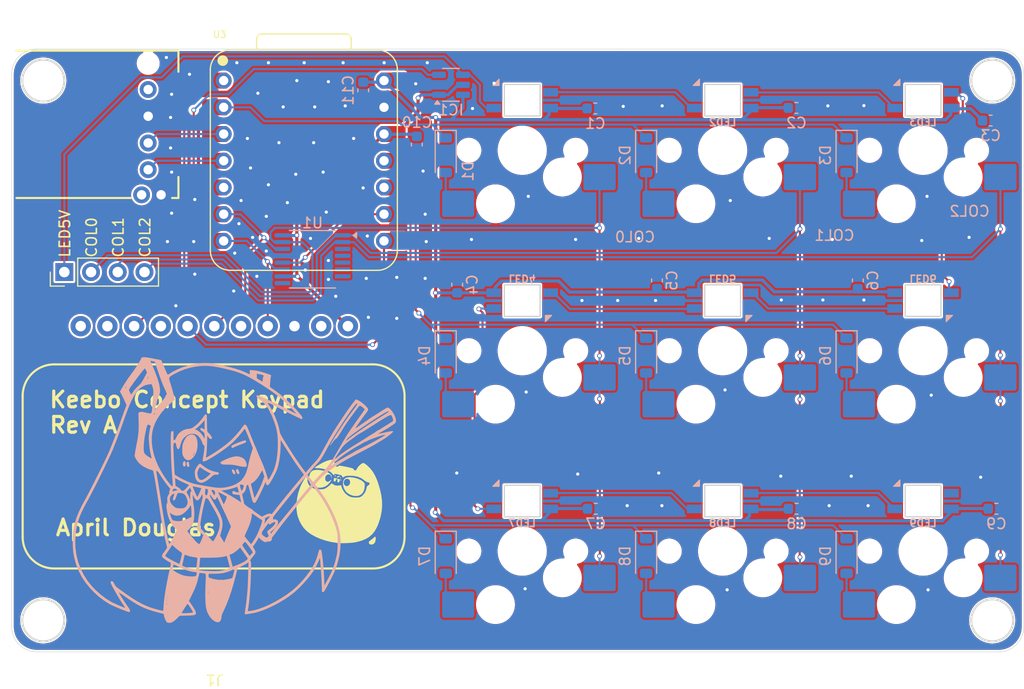
<source format=kicad_pcb>
(kicad_pcb (version 20240108) (generator "pcbnew") (generator_version "8.0")
  (layers (0 "F.Cu" signal) (31 "B.Cu" signal) (34 "B.Paste" user) (35 "F.Paste" user) (36 "B.SilkS" user "B.Silkscreen") (37 "F.SilkS" user "F.Silkscreen") (38 "B.Mask" user) (39 "F.Mask" user) (44 "Edge.Cuts" user))
  (net 0 "")
  (net 1 "GND")
  (net 2 "+5V")
  (net 3 "Net-(D2-A)")
  (net 4 "/ROW0")
  (net 5 "Net-(D3-A)")
  (net 6 "Net-(D4-A)")
  (net 7 "Net-(D5-A)")
  (net 8 "/ROW1")
  (net 9 "Net-(D6-A)")
  (net 10 "Net-(D7-A)")
  (net 11 "Net-(D8-A)")
  (net 12 "/ROW2")
  (net 13 "Net-(D9-A)")
  (net 16 "/TFT_CS")
  (net 17 "/TFT_LITE")
  (net 18 "/TFT_DC")
  (net 20 "/TFT_COL_SCK")
  (net 21 "+3V3")
  (net 23 "/TFT_COL_MOSI")
  (net 24 "/COL1")
  (net 25 "/COL0")
  (net 26 "/COL2")
  (net 27 "Net-(LED1-DOUT)")
  (net 28 "Net-(LED2-DOUT)")
  (net 29 "Net-(LED3-DOUT)")
  (net 30 "Net-(LED4-DIN)")
  (net 31 "Net-(LED4-DOUT)")
  (net 32 "Net-(LED5-DIN)")
  (net 33 "Net-(LED7-DOUT)")
  (net 34 "Net-(LED8-DOUT)")
  (net 36 "/ENC_B")
  (net 37 "/ENC_A")
  (net 44 "/COL_CS")
  (net 45 "/LED_SERIAL")
  (net 46 "Net-(D1-A)")
  (net 48 "/LED_SERIAL_5V")
  (footprint "MX_Hotswap:MX-Hotswap-1U" (layer "F.Cu") (at 136.6535 67.60215 180)
    (property "Reference" "K6")
    (property "Value" "KEYSW")
  )
  (footprint "MX_Hotswap:MX-Hotswap-1U" (layer "F.Cu") (at 155.7035 48.55215 180)
    (property "Reference" "K2")
    (property "Value" "KEYSW")
  )
  (footprint "MX_Hotswap:MX-Hotswap-1U" (layer "F.Cu") (at 155.7035 67.60215 180)
    (property "Reference" "K5")
    (property "Value" "KEYSW")
  )
  (footprint "MX_Hotswap:MX-Hotswap-1U" (layer "F.Cu") (at 155.7035 86.65215 180)
    (property "Reference" "K8")
    (property "Value" "KEYSW")
  )
  (footprint "MX_Hotswap:MX-Hotswap-1U" (layer "F.Cu") (at 136.6535 86.65215 180)
    (property "Reference" "K7")
    (property "Value" "KEYSW")
  )
  (footprint "Seeed Studio XIAO Series Library:XIAO-nRF52840-DIP" (layer "F.Cu") (at 115.89475 49.54575)
    (property "Reference" "U3")
    (property "Value" "XIAO-nRF52840-DIP")
  )
  (footprint "MX_Hotswap:MX-Hotswap-1U" (layer "F.Cu") (at 136.6535 48.55215 180)
    (property "Reference" "K1")
    (property "Value" "KEYSW")
  )
  (footprint "LOGO" (layer "F.Cu") (at 119.3285 81.92715)
    (property "Reference" "G***" (hide yes))
    (property "Value" "LOGO" (hide yes))
  )
  (footprint "Roller Encoder:RollerEncoder_Panasonic_EVQWGD001" (layer "F.Cu") (at 95.4745 46.58305 180)
    (property "Reference" "SW1")
    (property "Value" "RotaryEncoder_Switch")
  )
  (footprint "Adafruit:Adafruit_1.47_TFT_Round_Rect" (layer "F.Cu") (at 107.40935 98.4 180)
    (property "Reference" "J1")
    (property "Value" "Adafruit TFT")
  )
  (footprint "Connector_PinHeader_2.54mm:PinHeader_1x04_P2.54mm_Vertical" (layer "F.Cu") (at 93.1285 60.12715 90)
    (property "Reference" "J2" (hide yes))
    (property "Value" "Conn_01x04")
  )
  (footprint "MX_Hotswap:MX-Hotswap-1U" (layer "F.Cu") (at 174.7535 86.65215 180)
    (property "Reference" "K9")
    (property "Value" "KEYSW")
  )
  (footprint "MX_Hotswap:MX-Hotswap-1U" (layer "F.Cu") (at 174.7535 67.60215 180)
    (property "Reference" "K4")
    (property "Value" "KEYSW")
  )
  (footprint "MX_Hotswap:MX-Hotswap-1U" (layer "F.Cu") (at 174.7535 48.55215 180)
    (property "Reference" "K3")
    (property "Value" "KEYSW")
  )
  (footprint "Keebio-Parts.pretty-master:SK6812-MINI-E" (layer "B.Cu") (at 174.7535 62.83965)
    (property "Reference" "LED6")
    (property "Value" "SK6812-MINI-E" (hide yes))
    (fp_line (start -1.7 -1.5) (end -1.7 1.5) (stroke (width 0.12)) (layer "Edge.Cuts"))
    (fp_line (start -1.7 1.5) (end 1.7 1.5) (stroke (width 0.12)) (layer "Edge.Cuts"))
    (fp_line (start 1.7 -1.5) (end -1.7 -1.5) (stroke (width 0.12)) (layer "Edge.Cuts"))
    (fp_line (start 1.7 1.5) (end 1.7 -1.5) (stroke (width 0.12)) (layer "Edge.Cuts"))
  )
  (footprint "Keebio-Parts.pretty-master:SK6812-MINI-E" (layer "B.Cu") (at 174.7535 81.88965 180)
    (property "Reference" "LED9")
    (property "Value" "SK6812-MINI-E" (hide yes))
    (fp_line (start 1.7 1.5) (end 1.7 -1.5) (stroke (width 0.12)) (layer "Edge.Cuts"))
    (fp_line (start 1.7 -1.5) (end -1.7 -1.5) (stroke (width 0.12)) (layer "Edge.Cuts"))
    (fp_line (start -1.7 1.5) (end 1.7 1.5) (stroke (width 0.12)) (layer "Edge.Cuts"))
    (fp_line (start -1.7 -1.5) (end -1.7 1.5) (stroke (width 0.12)) (layer "Edge.Cuts"))
  )
  (footprint "Capacitor_SMD:C_0603_1608Metric" (layer "B.Cu") (at 143.60065 44.57365)
    (property "Reference" "C1")
    (property "Value" "100nF")
  )
  (footprint "Capacitor_SMD:C_0603_1608Metric" (layer "B.Cu") (at 162.71565 44.52365)
    (property "Reference" "C2")
    (property "Value" "100nF")
  )
  (footprint "Diode_SMD:D_SOD-123" (layer "B.Cu") (at 148.43065 68.06865 -90)
    (property "Reference" "D5")
    (property "Value" "1N4448W")
  )
  (footprint "Keebio-Parts.pretty-master:SK6812-MINI-E" (layer "B.Cu") (at 155.7035 81.88965 180)
    (property "Reference" "LED8")
    (property "Value" "SK6812-MINI-E" (hide yes))
    (fp_line (start 1.7 1.5) (end 1.7 -1.5) (stroke (width 0.12)) (layer "Edge.Cuts"))
    (fp_line (start 1.7 -1.5) (end -1.7 -1.5) (stroke (width 0.12)) (layer "Edge.Cuts"))
    (fp_line (start -1.7 1.5) (end 1.7 1.5) (stroke (width 0.12)) (layer "Edge.Cuts"))
    (fp_line (start -1.7 -1.5) (end -1.7 1.5) (stroke (width 0.12)) (layer "Edge.Cuts"))
  )
  (footprint "Capacitor_SMD:C_0603_1608Metric" (layer "B.Cu") (at 162.73065 82.62365)
    (property "Reference" "C8")
    (property "Value" "100nF")
  )
  (footprint "Keebio-Parts.pretty-master:SK6812-MINI-E" (layer "B.Cu") (at 136.6535 62.83965)
    (property "Reference" "LED4")
    (property "Value" "SK6812-MINI-E" (hide yes))
    (fp_line (start -1.7 -1.5) (end -1.7 1.5) (stroke (width 0.12)) (layer "Edge.Cuts"))
    (fp_line (start -1.7 1.5) (end 1.7 1.5) (stroke (width 0.12)) (layer "Edge.Cuts"))
    (fp_line (start 1.7 -1.5) (end -1.7 -1.5) (stroke (width 0.12)) (layer "Edge.Cuts"))
    (fp_line (start 1.7 1.5) (end 1.7 -1.5) (stroke (width 0.12)) (layer "Edge.Cuts"))
  )
  (footprint "Diode_SMD:D_SOD-123" (layer "B.Cu") (at 129.38065 87.11865 -90)
    (property "Reference" "D7")
    (property "Value" "1N4448W")
  )
  (footprint "Diode_SMD:D_SOD-123" (layer "B.Cu") (at 167.48065 49.01865 -90)
    (property "Reference" "D3")
    (property "Value" "1N4448W")
  )
  (footprint "Package_TO_SOT_SMD:SOT-23-6" (layer "B.Cu") (at 129.8785 42.32715)
    (property "Reference" "IC1")
    (property "Value" "TXU0101DBVR")
  )
  (footprint "Diode_SMD:D_SOD-123" (layer "B.Cu") (at 129.38065 68.06865 -90)
    (property "Reference" "D4")
    (property "Value" "1N4448W")
  )
  (footprint "LOGO" (layer "B.Cu") (at 106.65891 81.02715 180)
    (property "Reference" "G***" (hide yes))
    (property "Value" "LOGO" (hide yes))
  )
  (footprint "Diode_SMD:D_SOD-123" (layer "B.Cu") (at 148.43065 87.11865 -90)
    (property "Reference" "D8")
    (property "Value" "1N4448W")
  )
  (footprint "Capacitor_SMD:C_0603_1608Metric" (layer "B.Cu") (at 181.18065 45.72365)
    (property "Reference" "C3")
    (property "Value" "100nF")
  )
  (footprint "Capacitor_SMD:C_0603_1608Metric" (layer "B.Cu") (at 143.64065 82.62365)
    (property "Reference" "C7")
    (property "Value" "100nF")
  )
  (footprint "Diode_SMD:D_SOD-123" (layer "B.Cu") (at 167.48065 87.11865 -90)
    (property "Reference" "D9")
    (property "Value" "1N4448W")
  )
  (footprint "Keebio-Parts.pretty-master:SK6812-MINI-E" (layer "B.Cu") (at 174.7535 43.78965 180)
    (property "Reference" "LED3")
    (property "Value" "SK6812-MINI-E" (hide yes))
    (fp_line (start 1.7 1.5) (end 1.7 -1.5) (stroke (width 0.12)) (layer "Edge.Cuts"))
    (fp_line (start 1.7 -1.5) (end -1.7 -1.5) (stroke (width 0.12)) (layer "Edge.Cuts"))
    (fp_line (start -1.7 1.5) (end 1.7 1.5) (stroke (width 0.12)) (layer "Edge.Cuts"))
    (fp_line (start -1.7 -1.5) (end -1.7 1.5) (stroke (width 0.12)) (layer "Edge.Cuts"))
  )
  (footprint "Diode_SMD:D_SOD-123" (layer "B.Cu") (at 129.38065 49.01865 -90)
    (property "Reference" "D1")
    (property "Value" "1N4448W")
  )
  (footprint "Capacitor_SMD:C_0603_1608Metric" (layer "B.Cu") (at 121.54135 42.85065 -90)
    (property "Reference" "C11")
    (property "Value" "100nF")
  )
  (footprint "Capacitor_SMD:C_0603_1608Metric" (layer "B.Cu") (at 181.72065 82.62365)
    (property "Reference" "C9")
    (property "Value" "100nF")
  )
  (footprint "Package_SO:TSSOP-16_4.4x5mm_P0.65mm" (layer "B.Cu") (at 116.72 58.905 180)
    (property "Reference" "U1")
    (property "Value" "74HC595")
  )
  (footprint "Capacitor_SMD:C_0603_1608Metric" (layer "B.Cu") (at 130.47065 61.32365 90)
    (property "Reference" "C4")
    (property "Value" "100nF")
  )
  (footprint "Capacitor_SMD:C_0603_1608Metric" (layer "B.Cu") (at 168.55065 60.92365 90)
    (property "Reference" "C6")
    (property "Value" "100nF")
  )
  (footprint "Diode_SMD:D_SOD-123" (layer "B.Cu") (at 148.43065 49.01865 -90)
    (property "Reference" "D2")
    (property "Value" "1N4448W")
  )
  (footprint "Capacitor_SMD:C_0603_1608Metric" (layer "B.Cu") (at 149.46065 60.92365 90)
    (property "Reference" "C5")
    (property "Value" "100nF")
  )
  (footprint "Capacitor_SMD:C_0603_1608Metric" (layer "B.Cu") (at 126.63135 48.00065 -90)
    (property "Reference" "C10")
    (property "Value" "100nF")
  )
  (footprint "Keebio-Parts.pretty-master:SK6812-MINI-E" (layer "B.Cu") (at 155.7035 43.78965 180)
    (property "Reference" "LED2")
    (property "Value" "SK6812-MINI-E" (hide yes))
    (fp_line (start 1.7 1.5) (end 1.7 -1.5) (stroke (width 0.12)) (layer "Edge.Cuts"))
    (fp_line (start 1.7 -1.5) (end -1.7 -1.5) (stroke (width 0.12)) (layer "Edge.Cuts"))
    (fp_line (start -1.7 1.5) (end 1.7 1.5) (stroke (width 0.12)) (layer "Edge.Cuts"))
    (fp_line (start -1.7 -1.5) (end -1.7 1.5) (stroke (width 0.12)) (layer "Edge.Cuts"))
  )
  (footprint "LOGO" (layer "B.Cu") (at 117.95891 78.42715 180)
    (property "Reference" "G***" (hide yes))
    (property "Value" "LOGO" (hide yes))
  )
  (footprint "Diode_SMD:D_SOD-123" (layer "B.Cu") (at 167.48065 68.06865 -90)
    (property "Reference" "D6")
    (property "Value" "1N4448W")
  )
  (footprint "Keebio-Parts.pretty-master:SK6812-MINI-E" (layer "B.Cu") (at 155.7035 62.83965)
    (property "Reference" "LED5")
    (property "Value" "SK6812-MINI-E" (hide yes))
    (fp_line (start -1.7 -1.5) (end -1.7 1.5) (stroke (width 0.12)) (layer "Edge.Cuts"))
    (fp_line (start -1.7 1.5) (end 1.7 1.5) (stroke (width 0.12)) (layer "Edge.Cuts"))
    (fp_line (start 1.7 -1.5) (end -1.7 -1.5) (stroke (width 0.12)) (layer "Edge.Cuts"))
    (fp_line (start 1.7 1.5) (end 1.7 -1.5) (stroke (width 0.12)) (layer "Edge.Cuts"))
  )
  (footprint "Keebio-Parts.pretty-master:SK6812-MINI-E" (layer "B.Cu") (at 136.6535 43.78965 180)
    (property "Reference" "LED1" (hide yes))
    (property "Value" "SK6812-MINI-E" (hide yes))
    (fp_line (start 1.7 1.5) (end 1.7 -1.5) (stroke (width 0.12)) (layer "Edge.Cuts"))
    (fp_line (start 1.7 -1.5) (end -1.7 -1.5) (stroke (width 0.12)) (layer "Edge.Cuts"))
    (fp_line (start -1.7 1.5) (end 1.7 1.5) (stroke (width 0.12)) (layer "Edge.Cuts"))
    (fp_line (start -1.7 -1.5) (end -1.7 1.5) (stroke (width 0.12)) (layer "Edge.Cuts"))
  )
  (footprint "Keebio-Parts.pretty-master:SK6812-MINI-E" (layer "B.Cu") (at 136.6535 81.88965 180)
    (property "Reference" "LED7")
    (property "Value" "SK6812-MINI-E" (hide yes))
    (fp_line (start 1.7 1.5) (end 1.7 -1.5) (stroke (width 0.12)) (layer "Edge.Cuts"))
    (fp_line (start 1.7 -1.5) (end -1.7 -1.5) (stroke (width 0.12)) (layer "Edge.Cuts"))
    (fp_line (start -1.7 1.5) (end 1.7 1.5) (stroke (width 0.12)) (layer "Edge.Cuts"))
    (fp_line (start -1.7 -1.5) (end -1.7 1.5) (stroke (width 0.12)) (layer "Edge.Cuts"))
  )
  (gr_arc (start 184.3285 93.84585) (mid 183.631016 95.529651) (end 181.9472 96.22715) (stroke (width 0.05)) (layer "Edge.Cuts"))
  (gr_circle (center 181.3285 41.92715) (end 183.3285 41.92715) (stroke (width 0.2)) (fill none) (layer "Edge.Cuts"))
  (gr_line (start 90.5098 38.92715) (end 146.1785 38.92715) (stroke (width 0.05)) (layer "Edge.Cuts"))
  (gr_circle (center 181.3285 93.22715) (end 183.3285 93.22715) (stroke (width 0.2)) (fill none) (layer "Edge.Cuts"))
  (gr_arc (start 88.1285 41.30845) (mid 88.825984 39.624649) (end 90.5098 38.92715) (stroke (width 0.05)) (layer "Edge.Cuts"))
  (gr_circle (center 91.1285 41.92715) (end 93.1285 41.92715) (stroke (width 0.2)) (fill none) (layer "Edge.Cuts"))
  (gr_line (start 146.1785 38.92715) (end 181.9472 38.92715) (stroke (width 0.05)) (layer "Edge.Cuts"))
  (gr_line (start 88.1285 93.84585) (end 88.1285 41.30845) (stroke (width 0.05)) (layer "Edge.Cuts"))
  (gr_circle (center 91.1285 93.22715) (end 93.1285 93.22715) (stroke (width 0.2)) (fill none) (layer "Edge.Cuts"))
  (gr_arc (start 181.9472 38.92715) (mid 183.631033 39.624617) (end 184.3285 41.30845) (stroke (width 0.05)) (layer "Edge.Cuts"))
  (gr_arc (start 90.5098 96.22715) (mid 88.825967 95.529683) (end 88.1285 93.84585) (stroke (width 0.05)) (layer "Edge.Cuts"))
  (gr_line (start 184.3285 41.30845) (end 184.3285 93.84585) (stroke (width 0.05)) (layer "Edge.Cuts"))
  (gr_line (start 181.9472 96.22715) (end 90.5098 96.22715) (stroke (width 0.05)) (layer "Edge.Cuts"))
  (gr_text "COL0" (at 149.3785 57.37715 0) (layer "B.SilkS") (effects (font (size 1 1)) (justify left bottom mirror)))
  (gr_text "COL1" (at 168.3285 57.22715 0) (layer "B.SilkS") (effects (font (size 1 1)) (justify left bottom mirror)))
  (gr_text "COL2" (at 181.1785 54.92715 0) (layer "B.SilkS") (effects (font (size 1 1)) (justify left bottom mirror)))
  (gr_text "Keebo Concept Keypad\nRev A\n\n\n\n\n\n" (at 91.56835 79.5 0) (layer "F.SilkS") (effects (font (size 1.5 1.5) (thickness 0.3) (bold yes)) (justify left)))
  (gr_text "COL1\n" (at 98.2585 58.82715 90) (layer "F.SilkS") (effects (font (size 1 1)) (justify left)))
  (gr_text "April Douglas" (at 92.16835 85.3 0) (layer "F.SilkS") (effects (font (size 1.5 1.5) (thickness 0.3) (bold yes)) (justify left bottom)))
  (gr_text "LED5V" (at 93.1785 58.82715 90) (layer "F.SilkS") (effects (font (size 1 1)) (justify left)))
  (gr_text "COL2" (at 100.7985 58.82715 90) (layer "F.SilkS") (effects (font (size 1 1)) (justify left)))
  (gr_text "COL0" (at 95.7185 58.82715 90) (layer "F.SilkS") (effects (font (size 1 1)) (justify left)))
  (via (at 109.2285 61.92715) (size 0.45) (drill 0.3) (layers "F.Cu" "B.Cu") (net 1))
  (via (at 156.4285 53.32715) (size 0.45) (drill 0.3) (layers "F.Cu" "B.Cu") (net 1))
  (via (at 109.3285 58.32715) (size 0.45) (drill 0.3) (layers "F.Cu" "B.Cu") (net 1))
  (via (at 146.2535 44.37715) (size 0.45) (drill 0.3) (layers "F.Cu" "B.Cu") (net 1))
  (via (at 165.2285 62.77715) (size 0.45) (drill 0.3) (layers "F.Cu" "B.Cu") (net 1))
  (via (at 110.5285 47.42715) (size 0.45) (drill 0.3) (layers "F.Cu" "B.Cu") (net 1))
  (via (at 136.9285 90.22715) (size 0.45) (drill 0.3) (layers "F.Cu" "B.Cu") (net 1))
  (via (at 179.1285 56.82715) (size 0.45) (drill 0.3) (layers "F.Cu" "B.Cu") (net 1))
  (via (at 137.0285 71.52715) (size 0.45) (drill 0.3) (layers "F.Cu" "B.Cu") (net 1))
  (via (at 105.0285 41.32715) (size 0.45) (drill 0.3) (layers "F.Cu" "B.Cu") (net 1))
  (via (at 111.0285 56.82715) (size 0.45) (drill 0.3) (layers "F.Cu" "B.Cu") (net 1))
  (via (at 131.8285 57.02715) (size 0.45) (drill 0.3) (layers "F.Cu" "B.Cu") (net 1))
  (via (at 175.1285 52.92715) (size 0.45) (drill 0.3) (layers "F.Cu" "B.Cu") (net 1))
  (via (at 149.9535 44.32715) (size 0.45) (drill 0.3) (layers "F.Cu" "B.Cu") (net 1))
  (via (at 123.5285 40.22715) (size 0.45) (drill 0.3) (layers "F.Cu" "B.Cu") (net 1))
  (via (at 175.5285 71.82715) (size 0.45) (drill 0.3) (layers "F.Cu" "B.Cu") (net 1))
  (via (at 167.9285 79.52715) (size 0.45) (drill 0.3) (layers "F.Cu" "B.Cu") (net 1))
  (via (at 149.6285 79.22715) (size 0.45) (drill 0.3) (layers "F.Cu" "B.Cu") (net 1))
  (via (at 103.3285 54.52715) (size 0.45) (drill 0.3) (layers "F.Cu" "B.Cu") (net 1))
  (via (at 116.8285 47.82715) (size 0.45) (drill 0.3) (layers "F.Cu" "B.Cu") (net 1))
  (via (at 114.3285 53.52715) (size 0.45) (drill 0.3) (layers "F.Cu" "B.Cu") (net 1))
  (via (at 169.1285 62.77715) (size 0.45) (drill 0.3) (layers "F.Cu" "B.Cu") (net 1))
  (via (at 141.7285 57.02715) (size 0.45) (drill 0.3) (layers "F.Cu" "B.Cu") (net 1))
  (via (at 161.2285 79.52715) (size 0.45) (drill 0.3) (layers "F.Cu" "B.Cu") (net 1))
  (via (at 105.5285 60.32715) (size 0.45) (drill 0.3) (layers "F.Cu" "B.Cu") (net 1))
  (via (at 118.2285 59.02715) (size 0.45) (drill 0.3) (layers "F.Cu" "B.Cu") (net 1))
  (via (at 115.1285 50.82715) (size 0.45) (drill 0.3) (layers "F.Cu" "B.Cu") (net 1))
  (via (at 166.1285 57.02715) (size 0.45) (drill 0.3) (layers "F.Cu" "B.Cu") (net 1))
  (via (at 116.5285 56.92715) (size 0.45) (drill 0.3) (layers "F.Cu" "B.Cu") (net 1))
  (via (at 124.7285 64.52715) (size 0.45) (drill 0.3) (layers "F.Cu" "B.Cu") (net 1))
  (via (at 169.5285 82.32715) (size 0.45) (drill 0.3) (layers "F.Cu" "B.Cu") (net 1))
  (via (at 103.2285 48.32715) (size 0.45) (drill 0.3) (layers "F.Cu" "B.Cu") (net 1))
  (via (at 147.7285 56.92715) (size 0.45) (drill 0.3) (layers "F.Cu" "B.Cu") (net 1))
  (via (at 124.7285 60.62715) (size 0.45) (drill 0.3) (layers "F.Cu" "B.Cu") (net 1))
  (via (at 111.4285 60.52715) (size 0.45) (drill 0.3) (layers "F.Cu" "B.Cu") (net 1))
  (via (at 109.7285 55.52715) (size 0.45) (drill 0.3) (layers "F.Cu" "B.Cu") (net 1))
  (via (at 146.6285 82.32715) (size 0.45) (drill 0.3) (layers "F.Cu" "B.Cu") (net 1))
  (via (at 149.3285 62.82715) (size 0.45) (drill 0.3) (layers "F.Cu" "B.Cu") (net 1))
  (via (at 118.9285 62.42715) (size 0.45) (drill 0.3) (layers "F.Cu" "B.Cu") (net 1))
  (via (at 109.9285 53.32715) (size 0.45) (drill 0.3) (layers "F.Cu" "B.Cu") (net 1))
  (via (at 112.3285 54.82715) (size 0.45) (drill 0.3) (layers "F.Cu" "B.Cu") (net 1))
  (via (at 156.1285 90.32715) (size 0.45) (drill 0.3) (layers "F.Cu" "B.Cu") (net 1))
  (via (at 112.3285 58.12715) (size 0.45) (drill 0.3) (layers "F.Cu" "B.Cu") (net 1))
  (via (at 127.4285 54.62715) (size 0.45) (drill 0.3) (layers "F.Cu" "B.Cu") (net 1))
  (via (at 175.2285 90.32715) (size 0.45) (drill 0.3) (layers "F.Cu" "B.Cu") (net 1))
  (via (at 116.9285 44.42715) (size 0.45) (drill 0.3) (layers "F.Cu" "B.Cu") (net 1))
  (via (at 133.9785 42.17715) (size 0.45) (drill 0.3) (layers "F.Cu" "B.Cu") (net 1))
  (via (at 103.3285 50.62715) (size 0.45) (drill 0.3) (layers "F.Cu" "B.Cu") (net 1))
  (via (at 118.2285 60.82715) (size 0.45) (drill 0.3) (layers "F.Cu" "B.Cu") (net 1))
  (via (at 180.2285 79.62715) (size 0.45) (drill 0.3) (layers "F.Cu" "B.Cu") (net 1))
  (via (at 165.8285 82.32715) (size 0.45) (drill 0.3) (layers "F.Cu" "B.Cu") (net 1))
  (via (at 103.2285 45.42715) (size 0.45) (drill 0.3) (layers "F.Cu" "B.Cu") (net 1))
  (via (at 118.0285 54.42715) (size 0.45) (drill 0.3) (layers "F.Cu" "B.Cu") (net 1))
  (via (at 113.9285 44.42715) (size 0.45) (drill 0.3) (layers "F.Cu" "B.Cu") (net 1))
  (via (at 137.2285 52.92715) (size 0.45) (drill 0.3) (layers "F.Cu" "B.Cu") (net 1))
  (via (at 110.8285 50.22715) (size 0.45) (drill 0.3) (layers "F.Cu" "B.Cu") (net 1))
  (via (at 126.5285 42.22715) (size 0.45) (drill 0.3) (layers "F.Cu" "B.Cu") (net 1))
  (via (at 121.5285 52.12715) (size 0.45) (drill 0.3) (layers "F.Cu" "B.Cu") (net 1))
  (via (at 174.6285 57.12715) (size 0.45) (drill 0.3) (layers "F.Cu" "B.Cu") (net 1))
  (via (at 131.9285 44.57715) (size 0.45) (drill 0.3) (layers "F.Cu" "B.Cu") (net 1))
  (via (at 117.7285 50.62715) (size 0.45) (drill 0.3) (layers "F.Cu" "B.Cu") (net 1))
  (via (at 118.2285 42.02715) (size 0.45) (drill 0.3) (layers "F.Cu" "B.Cu") (net 1))
  (via (at 127.6285 40.22715) (size 0.45) (drill 0.3) (layers "F.Cu" "B.Cu") (net 1))
  (via (at 115.9285 40.22715) (size 0.45) (drill 0.3) (layers "F.Cu" "B.Cu") (net 1))
  (via (at 127.5285 57.22715) (size 0.45) (drill 0.3) (layers "F.Cu" "B.Cu") (net 1))
  (via (at 116.0285 59.92715) (size 0.45) (drill 0.3) (layers "F.Cu" "B.Cu") (net 1))
  (via (at 122.0285 64.42715) (size 0.45) (drill 0.3) (layers "F.Cu" "B.Cu") (net 1))
  (via (at 160.1285 56.92715) (size 0.45) (drill 0.3) (layers "F.Cu" "B.Cu") (net 1))
  (via (at 113.5285 47.82715) (size 0.45) (drill 0.3) (layers "F.Cu" "B.Cu") (net 1))
  (via (at 105.5285 53.22715) (size 0.45) (drill 0.3) (layers "F.Cu" "B.Cu") (net 1))
  (via (at 155.9285 71.32715) (size 0.45) (drill 0.3) (layers "F.Cu" "B.Cu") (net 1))
  (via (at 127.2285 50.52715) (size 0.45) (drill 0.3) (layers "F.Cu" "B.Cu") (net 1))
  (via (at 161.2785 62.77715) (size 0.45) (drill 0.3) (layers "F.Cu" "B.Cu") (net 1))
  (via (at 102.9285 57.22715) (size 0.45) (drill 0.3) (layers "F.Cu" "B.Cu") (net 1))
  (via (at 130.4285 79.22715) (size 0.45) (drill 0.3) (layers "F.Cu" "B.Cu") (net 1))
  (via (at 145.7285 62.82715) (size 0.45) (drill 0.3) (layers "F.Cu" "B.Cu") (net 1))
  (via (at 112.5285 51.82715) (size 0.45) (drill 0.3) (layers "F.Cu" "B.Cu") (net 1))
  (via (at 142.3285 62.82715) (size 0.45) (drill 0.3) (layers "F.Cu" "B.Cu") (net 1))
  (via (at 103.7285 63.32715) (size 0.45) (drill 0.3) (layers "F.Cu" "B.Cu") (net 1))
  (via (at 165.7035 44.32715) (size 0.45) (drill 0.3) (layers "F.Cu" "B.Cu") (net 1))
  (via (at 121.9285 56.69715) (size 0.45) (drill 0.3) (layers "F.Cu" "B.Cu") (net 1))
  (via (at 141.9285 79.32715) (size 0.45) (drill 0.3) (layers "F.Cu" "B.Cu") (net 1))
  (via (at 121.8285 60.72715) (size 0.45) (drill 0.3) (layers "F.Cu" "B.Cu") (net 1))
  (via (at 120.6285 47.42715) (size 0.45) (drill 0.3) (layers "F.Cu" "B.Cu") (net 1))
  (via (at 115.2285 41.92715) (size 0.45) (drill 0.3) (layers "F.Cu" "B.Cu") (net 1))
  (via (at 102.8285 39.72715) (size 0.45) (drill 0.3) (layers "F.Cu" "B.Cu") (net 1))
  (via (at 169.1285 44.30215) (size 0.45) (drill 0.3) (layers "F.Cu" "B.Cu") (net 1))
  (via (at 149.9285 82.32715) (size 0.45) (drill 0.3) (layers "F.Cu" "B.Cu") (net 1))
  (via (at 119.8285 44.32715) (size 0.45) (drill 0.3) (layers "F.Cu" "B.Cu") (net 1))
  (via (at 111.5285 43.12715) (size 0.45) (drill 0.3) (layers "F.Cu" "B.Cu") (net 1))
  (via (at 119.6285 40.22715) (size 0.45) (drill 0.3) (layers "F.Cu" "B.Cu") (net 1))
  (via (at 105.4285 57.22715) (size 0.45) (drill 0.3) (layers "F.Cu" "B.Cu") (net 1))
  (via (at 127.4285 60.72715) (size 0.45) (drill 0.3) (layers "F.Cu" "B.Cu") (net 1))
  (via (at 103.3285 43.22715) (size 0.45) (drill 0.3) (layers "F.Cu" "B.Cu") (net 1))
  (via (at 112.5285 40.22715) (size 0.45) (drill 0.3) (layers "F.Cu" "B.Cu") (net 1))
  (via (at 109.5285 40.22715) (size 0.45) (drill 0.3) (layers "F.Cu" "B.Cu") (net 1))
  (segment (start 133.9785 42.17715) (end 133.9785 42.98965) (width 0.2) (layer "B.Cu") (net 1))
  (segment (start 128.4285 82.92715) (end 128.4285 62.123) (width 0.3) (layer "F.Cu") (net 2))
  (segment (start 128.4285 45.42715) (end 128.4285 62.0743) (width 0.3) (layer "F.Cu") (net 2))
  (segment (start 128.38265 82.973) (end 128.4285 82.92715) (width 0.3) (layer "F.Cu") (net 2))
  (segment (start 128.4285 62.123) (end 128.40415 62.09865) (width 0.3) (layer "F.Cu") (net 2))
  (segment (start 128.4285 62.0743) (end 128.40415 62.09865) (width 0.3) (layer "F.Cu") (net 2))
  (via (at 128.40415 62.09865) (size 0.45) (drill 0.3) (layers "F.Cu" "B.Cu") (net 2))
  (via (at 128.38265 82.973) (size 0.45) (drill 0.3) (layers "F.Cu" "B.Cu") (net 2))
  (via (at 128.4285 45.42715) (size 0.45) (drill 0.3) (layers "F.Cu" "B.Cu") (net 2))
  (segment (start 177.3445 82.59865) (end 180.92065 82.59865) (width 0.3) (layer "B.Cu") (net 2))
  (segment (start 179.28065 44.59865) (end 177.3625 44.59865) (width 0.3) (layer "B.Cu") (net 2))
  (segment (start 128.4285 45.42715) (end 127.01615 45.42715) (width 0.3) (layer "B.Cu") (net 2))
  (segment (start 157.803151 83.753999) (end 157.83 83.72715) (width 0.3) (layer "B.Cu") (net 2))
  (segment (start 138.811074 45.639746) (end 138.813489 45.642161) (width 0.3) (layer "B.Cu") (net 2))
  (segment (start 139.2035 45.15215) (end 139.2035 44.65765) (width 0.3) (layer "B.Cu") (net 2))
  (segment (start 129.899404 45.639746) (end 138.811074 45.639746) (width 0.3) (layer "B.Cu") (net 2))
  (segment (start 129.163649 83.753999) (end 157.803151 83.753999) (width 0.3) (layer "B.Cu") (net 2))
  (segment (start 140.113 60.97715) (end 141.163 62.02715) (width 0.3) (layer "B.Cu") (net 2))
  (segment (start 159.4785 60.87715) (end 160.5935 61.99215) (width 0.3) (layer "B.Cu") (net 2))
  (segment (start 134.6785 60.97715) (end 140.113 60.97715) (width 0.3) (layer "B.Cu") (net 2))
  (segment (start 128.40415 62.09865) (end 130.47065 62.09865) (width 0.3) (layer "B.Cu") (net 2))
  (segment (start 158.2945 44.49865) (end 161.89065 44.49865) (width 0.3) (layer "B.Cu") (net 2))
  (segment (start 177.3035 82.63965) (end 177.3035 83.05215) (width 0.3) (layer "B.Cu") (net 2))
  (segment (start 142.82565 44.57365) (end 139.3125 44.57365) (width 0.3) (layer "B.Cu") (net 2))
  (segment (start 128.38265 82.973) (end 129.163649 83.753999) (width 0.3) (layer "B.Cu") (net 2))
  (segment (start 138.7285 45.62715) (end 139.2035 45.15215) (width 0.3) (layer "B.Cu") (net 2))
  (segment (start 157.83 83.72715) (end 158.2535 83.30365) (width 0.3) (layer "B.Cu") (net 2))
  (segment (start 138.813489 45.642161) (end 157.559975 45.642161) (width 0.3) (layer "B.Cu") (net 2))
  (segment (start 177.3785 45.14965) (end 177.3785 44.53965) (width 0.3) (layer "B.Cu") (net 2))
  (segment (start 142.94065 82.59865) (end 139.2445 82.59865) (width 0.3) (layer "B.Cu") (net 2))
  (segment (start 128.641096 45.639746) (end 129.899404 45.639746) (width 0.3) (layer "B.Cu") (net 2))
  (segment (start 158.2535 83.30365) (end 158.2535 82.63965) (width 0.3) (layer "B.Cu") (net 2))
  (segment (start 180.40565 45.72365) (end 179.28065 44.59865) (width 0.3) (layer "B.Cu") (net 2))
  (segment (start 176.884232 45.643918) (end 177.3785 45.14965) (width 0.3) (layer "B.Cu") (net 2))
  (segment (start 160.5935 61.99215) (end 172.106 61.99215) (width 0.3) (layer "B.Cu") (net 2))
  (segment (start 176.5785 83.77715) (end 166.425546 83.77715) (width 0.3) (layer "B.Cu") (net 2))
  (segment (start 153.4285 61.22715) (end 153.7785 60.87715) (width 0.3) (layer "B.Cu") (net 2))
  (segment (start 134.1035 62.08965) (end 134.1035 61.55215) (width 0.3) (layer "B.Cu") (net 2))
  (segment (start 177.3035 83.05215) (end 176.5785 83.77715) (width 0.3) (layer "B.Cu") (net 2))
  (segment (start 121.54135 42.07565) (end 123.36485 42.07565) (width 0.3) (layer "B.Cu") (net 2))
  (segment (start 131.016 44.52315) (end 131.016 43.27715) (width 0.3) (layer "B.Cu") (net 2))
  (segment (start 127.01615 45.42715) (end 123.51475 41.92575) (width 0.3) (layer "B.Cu") (net 2))
  (segment (start 128.4285 45.42715) (end 128.641096 45.639746) (width 0.3) (layer "B.Cu") (net 2))
  (segment (start 129.899404 45.639746) (end 131.016 44.52315) (width 0.3) (layer "B.Cu") (net 2))
  (segment (start 158.4035 44.80215) (end 157.561732 45.643918) (width 0.3) (layer "B.Cu") (net 2))
  (segment (start 130.47065 62.09865) (end 134.0945 62.09865) (width 0.3) (layer "B.Cu") (net 2))
  (segment (start 141.163 62.02715) (end 153.091 62.02715) (width 0.3) (layer "B.Cu") (net 2))
  (segment (start 166.425546 83.77715) (end 166.404946 83.75655) (width 0.3) (layer "B.Cu") (net 2))
  (segment (start 153.4285 62.08965) (end 153.4285 61.22715) (width 0.3) (layer "B.Cu") (net 2))
  (segment (start 166.404946 83.75655) (end 157.805702 83.75655) (width 0.3) (layer "B.Cu") (net 2))
  (segment (start 161.93065 82.69865) (end 158.3125 82.69865) (width 0.3) (layer "B.Cu") (net 2))
  (segment (start 139.2035 83.05215) (end 138.5285 83.72715) (width 0.3) (layer "B.Cu") (net 2))
  (segment (start 139.2035 82.63965) (end 139.2035 83.05215) (width 0.3) (layer "B.Cu") (net 2))
  (segment (start 134.1035 61.55215) (end 134.6785 60.97715) (width 0.3) (layer "B.Cu") (net 2))
  (segment (start 157.805702 83.75655) (end 157.803151 83.753999) (width 0.3) (layer "B.Cu") (net 2))
  (segment (start 157.561732 45.643918) (end 176.884232 45.643918) (width 0.3) (layer "B.Cu") (net 2))
  (segment (start 153.7785 60.87715) (end 159.4785 60.87715) (width 0.3) (layer "B.Cu") (net 2))
  (segment (start 157.559975 45.642161) (end 157.561732 45.643918) (width 0.3) (layer "B.Cu") (net 2))
  (segment (start 148.43065 52.4528) (end 149.61 53.63215) (width 0.2) (layer "B.Cu") (net 3))
  (segment (start 148.43065 50.66865) (end 148.43065 52.4528) (width 0.2) (layer "B.Cu") (net 3))
  (segment (start 147.171258 46.107292) (end 147.171258 46.109258) (width 0.2) (layer "B.Cu") (net 4))
  (segment (start 128.108642 46.107292) (end 147.171258 46.107292) (width 0.2) (layer "B.Cu") (net 4))
  (segment (start 128.108642 46.107292) (end 129.37 47.36865) (width 0.2) (layer "B.Cu") (net 4))
  (segment (start 125.158642 46.107292) (end 128.2285 46.107292) (width 0.2) (layer "B.Cu") (net 4))
  (segment (start 108.27475 44.46575) (end 110.81475 44.46575) (width 0.2) (layer "B.Cu") (net 4))
  (segment (start 147.171258 46.109258) (end 148.43065 47.36865) (width 0.2) (layer "B.Cu") (net 4))
  (segment (start 110.81475 44.46575) (end 112.12615 45.77715) (width 0.2) (layer "B.Cu") (net 4))
  (segment (start 147.23104 46.10679) (end 166.21879 46.10679) (width 0.2) (layer "B.Cu") (net 4))
  (segment (start 112.12615 45.77715) (end 124.8285 45.77715) (width 0.2) (layer "B.Cu") (net 4))
  (segment (start 124.8285 45.77715) (end 125.158642 46.107292) (width 0.2) (layer "B.Cu") (net 4))
  (segment (start 166.21879 46.10679) (end 167.48065 47.36865) (width 0.2) (layer "B.Cu") (net 4))
  (segment (start 167.48065 50.66865) (end 167.48065 52.4528) (width 0.2) (layer "B.Cu") (net 5))
  (segment (start 167.48065 52.4528) (end 168.66 53.63215) (width 0.2) (layer "B.Cu") (net 5))
  (segment (start 129.38065 71.5028) (end 130.56 72.68215) (width 0.2) (layer "B.Cu") (net 6))
  (segment (start 129.38065 69.71865) (end 129.38065 71.5028) (width 0.2) (layer "B.Cu") (net 6))
  (segment (start 148.43065 71.5028) (end 149.61 72.68215) (width 0.2) (layer "B.Cu") (net 7))
  (segment (start 148.43065 69.71865) (end 148.43065 71.5028) (width 0.2) (layer "B.Cu") (net 7))
  (segment (start 126.5285 51.7245) (end 124.34975 49.54575) (width 0.2) (layer "F.Cu") (net 8))
  (segment (start 126.5285 63.72715) (end 126.5285 51.7245) (width 0.2) (layer "F.Cu") (net 8))
  (segment (start 126.8285 64.02715) (end 126.5285 63.72715) (width 0.2) (layer "F.Cu") (net 8))
  (via (at 126.8285 64.02715) (size 0.45) (drill 0.3) (layers "F.Cu" "B.Cu") (net 8))
  (segment (start 167.48065 66.41865) (end 166.18915 65.12715) (width 0.2) (layer "B.Cu") (net 8))
  (segment (start 127.9285 65.12715) (end 147.1014 65.12715) (width 0.2) (layer "B.Cu") (net 8))
  (segment (start 147.1014 65.12715) (end 148.3929 66.41865) (width 0.2) (layer "B.Cu") (net 8))
  (segment (start 126.8285 64.02715) (end 127.8285 65.02715) (width 0.2) (layer "B.Cu") (net 8))
  (segment (start 147.1014 65.12715) (end 166.18915 65.12715) (width 0.2) (layer "B.Cu") (net 8))
  (segment (start 127.8285 65.02715) (end 129.22 66.41865) (width 0.2) (layer "B.Cu") (net 8))
  (segment (start 127.9285 65.12715) (end 127.8285 65.02715) (width 0.2) (layer "B.Cu") (net 8))
  (segment (start 167.48065 71.5028) (end 168.66 72.68215) (width 0.2) (layer "B.Cu") (net 9))
  (segment (start 167.48065 69.71865) (end 167.48065 71.5028) (width 0.2) (layer "B.Cu") (net 9))
  (segment (start 129.38065 88.76865) (end 129.38065 90.5528) (width 0.2) (layer "B.Cu") (net 10))
  (segment (start 129.38065 90.5528) (end 130.56 91.73215) (width 0.2) (layer "B.Cu") (net 10))
  (segment (start 148.43065 90.5528) (end 149.61 91.73215) (width 0.2) (layer "B.Cu") (net 11))
  (segment (start 148.43065 88.76865) (end 148.43065 90.5528) (width 0.2) (layer "B.Cu") (net 11))
  (segment (start 126.2285 82.52715) (end 126.0285 82.32715) (width 0.2) (layer "F.Cu") (net 12))
  (segment (start 126.0285 82.32715) (end 126.0285 53.7645) (width 0.2) (layer "F.Cu") (net 12))
  (segment (start 126.0285 53.7645) (end 124.34975 52.08575) (width 0.2) (layer "F.Cu") (net 12))
  (via (at 126.2285 82.52715) (size 0.45) (drill 0.3) (layers "F.Cu" "B.Cu") (net 12))
  (segment (start 128.0785 84.27715) (end 127.9785 84.17715) (width 0.2) (layer "B.Cu") (net 12))
  (segment (start 127.6285 83.82715) (end 126.3285 82.52715) (width 0.2) (layer "B.Cu") (net 12))
  (segment (start 166.21855 84.20655) (end 147.1785 84.20655) (width 0.2) (layer "B.Cu") (net 12))
  (segment (start 128.0079 84.20655) (end 127.6285 83.82715) (width 0.2) (layer "B.Cu") (net 12))
  (segment (start 127.9785 84.17715) (end 127.6285 83.82715) (width 0.2) (layer "B.Cu") (net 12))
  (segment (start 128.2285 84.20655) (end 128.1491 84.20655) (width 0.2) (layer "B.Cu") (net 12))
  (segment (start 126.3285 82.52715) (end 126.2285 82.52715) (width 0.2) (layer "B.Cu") (net 12))
  (segment (start 148.43065 85.4587) (end 147.1785 84.20655) (width 0.2) (layer "B.Cu") (net 12))
  (segment (start 128.2285 84.20655) (end 147.1785 84.20655) (width 0.2) (layer "B.Cu") (net 12))
  (segment (start 167.48065 85.46865) (end 166.21855 84.20655) (width 0.2) (layer "B.Cu") (net 12))
  (segment (start 128.1491 84.20655) (end 128.0785 84.27715) (width 0.2) (layer "B.Cu") (net 12))
  (segment (start 128.2285 84.20655) (end 128.0079 84.20655) (width 0.2) (layer "B.Cu") (net 12))
  (segment (start 129.27 85.46865) (end 128.0785 84.27715) (width 0.2) (layer "B.Cu") (net 12))
  (segment (start 167.48065 90.5528) (end 168.66 91.73215) (width 0.2) (layer "B.Cu") (net 13))
  (segment (start 167.48065 88.76865) (end 167.48065 90.5528) (width 0.2) (layer "B.Cu") (net 13))
  (segment (start 123.51475 65.9409) (end 123.51475 57.16575) (width 0.2) (layer "F.Cu") (net 16))
  (segment (start 122.4285 67.02715) (end 123.51475 65.9409) (width 0.2) (layer "F.Cu") (net 16))
  (via (at 122.4285 67.02715) (size 0.45) (drill 0.3) (layers "F.Cu" "B.Cu") (net 16))
  (segment (start 122.4285 67.02715) (end 106.6065 67.02715) (width 0.2) (layer "B.Cu") (net 16))
  (segment (start 106.6065 67.02715) (end 104.84435 65.265) (width 0.2) (layer "B.Cu") (net 16))
  (segment (start 104.5285 44.59437) (end 104.5285 60.57915) (width 0.2) (layer "F.Cu") (net 18))
  (segment (start 107.19712 41.92575) (end 104.5285 44.59437) (width 0.2) (layer "F.Cu") (net 18))
  (segment (start 104.5285 60.57915) (end 99.84265 65.265) (width 0.2) (layer "F.Cu") (net 18))
  (segment (start 112.46435 59.142806) (end 112.46435 65.265) (width 0.2) (layer "F.Cu") (net 20))
  (segment (start 112.438597 59.117053) (end 112.46435 59.142806) (width 0.2) (layer "F.Cu") (net 20))
  (segment (start 106.215629 57.16575) (end 107.43975 57.16575) (width 0.2) (layer "F.Cu") (net 20))
  (via (at 112.438597 59.117053) (size 0.45) (drill 0.3) (layers "F.Cu" "B.Cu") (net 20))
  (segment (start 108.27475 57.16575) (end 110.487294 57.16575) (width 0.2) (layer "B.Cu") (net 20))
  (segment (start 112.438597 59.117053) (end 113.201544 59.88) (width 0.2) (layer "B.Cu") (net 20))
  (segment (start 113.201544 59.88) (end 113.8575 59.88) (width 0.2) (layer "B.Cu") (net 20))
  (segment (start 110.487294 57.16575) (end 112.438597 59.117053) (width 0.2) (layer "B.Cu") (net 20))
  (segment (start 115.2285 56.62715) (end 115.2285 55.292) (width 0.3) (layer "F.Cu") (net 21))
  (segment (start 115.2285 60.45915) (end 115.3125 60.54315) (width 0.3) (layer "F.Cu") (net 21))
  (segment (start 126.7535 43.57715) (end 126.7535 44.90215) (width 0.3) (layer "F.Cu") (net 21))
  (segment (start 124.6499 47.00575) (end 124.34975 47.00575) (width 0.3) (layer "F.Cu") (net 21))
  (segment (start 126.7535 44.90215) (end 124.6499 47.00575) (width 0.3) (layer "F.Cu") (net 21))
  (segment (start 115.2285 56.62715) (end 115.2285 60.45915) (width 0.3) (layer "F.Cu") (net 21))
  (segment (start 115.2285 55.292) (end 123.51475 47.00575) (width 0.3) (layer "F.Cu") (net 21))
  (segment (start 115.3125 60.54315) (end 120.03435 65.265) (width 0.3) (layer "F.Cu") (net 21))
  (via (at 126.7535 43.57715) (size 0.45) (drill 0.3) (layers "F.Cu" "B.Cu") (net 21))
  (via (at 115.3125 60.54315) (size 0.45) (drill 0.3) (layers "F.Cu" "B.Cu") (net 21))
  (via (at 115.2285 56.62715) (size 0.45) (drill 0.3) (layers "F.Cu" "B.Cu") (net 21))
  (segment (start 127.0535 43.27715) (end 128.741 43.27715) (width 0.3) (layer "B.Cu") (net 21))
  (segment (start 115.29935 60.53) (end 113.8575 60.53) (width 0.3) (layer "B.Cu") (net 21))
  (segment (start 115.3125 60.54315) (end 115.29935 60.53) (width 0.3) (layer "B.Cu") (net 21))
  (segment (start 126.7535 43.57715) (end 127.0535 43.27715) (width 0.3) (layer "B.Cu") (net 21))
  (segment (start 129.604052 43.27715) (end 130.554052 42.32715) (width 0.3) (layer "B.Cu") (net 21))
  (segment (start 128.741 43.27715) (end 129.604052 43.27715) (width 0.3) (layer "B.Cu") (net 21))
  (segment (start 115.2285 56.62715) (end 115.1979 56.65775) (width 0.3) (layer "B.Cu") (net 21))
  (segment (start 115.1979 56.65775) (end 113.88525 56.65775) (width 0.3) (layer "B.Cu") (net 21))
  (segment (start 126.43285 47.02715) (end 123.93315 47.02715) (width 0.3) (layer "B.Cu") (net 21))
  (segment (start 112.098478 56.857172) (end 110.3285 58.62715) (width 0.2) (layer "F.Cu") (net 23))
  (segment (start 110.3285 62.32085) (end 107.38435 65.265) (width 0.2) (layer "F.Cu") (net 23))
  (segment (start 110.3285 58.62715) (end 110.3285 62.32085) (width 0.2) (layer "F.Cu") (net 23))
  (via (at 112.098478 56.857172) (size 0.45) (drill 0.3) (layers "F.Cu" "B.Cu") (net 23))
  (segment (start 112.098478 56.857172) (end 113.171306 57.93) (width 0.2) (layer "B.Cu") (net 23))
  (segment (start 108.27475 54.62575) (end 109.867056 54.62575) (width 0.2) (layer "B.Cu") (net 23))
  (segment (start 109.867056 54.62575) (end 112.098478 56.857172) (width 0.2) (layer "B.Cu") (net 23))
  (segment (start 113.171306 57.93) (end 113.8575 57.93) (width 0.2) (layer "B.Cu") (net 23))
  (segment (start 163.0535 87.22715) (end 163.0285 87.20215) (width 0.2) (layer "F.Cu") (net 24))
  (segment (start 163.0535 68.07715) (end 163.0535 56.0715) (width 0.2) (layer "F.Cu") (net 24))
  (segment (start 163.0285 72.25215) (end 163.0535 72.22715) (width 0.2) (layer "F.Cu") (net 24))
  (segment (start 163.0285 87.20215) (end 163.0285 72.25215) (width 0.2) (layer "F.Cu") (net 24))
  (via (at 163.0535 68.07715) (size 0.45) (drill 0.3) (layers "F.Cu" "B.Cu") (net 24))
  (via (at 163.0535 87.22715) (size 0.45) (drill 0.3) (layers "F.Cu" "B.Cu") (net 24))
  (via (at 163.0535 56.02715) (size 0.45) (drill 0.3) (layers "F.Cu" "B.Cu") (net 24))
  (via (at 163.0535 72.22715) (size 0.45) (drill 0.3) (layers "F.Cu" "B.Cu") (net 24))
  (segment (start 116.594186 62.42715) (end 117.1285 61.892836) (width 0.2) (layer "B.Cu") (net 24))
  (segment (start 111.7285 62.42715) (end 116.594186 62.42715) (width 0.2) (layer "B.Cu") (net 24))
  (segment (start 163.0535 51.09215) (end 163.0535 56.02715) (width 0.2) (layer "B.Cu") (net 24))
  (segment (start 120.55635 56.63) (end 119.5825 56.63) (width 0.2) (layer "B.Cu") (net 24))
  (segment (start 117.1285 61.892836) (end 117.1285 58.42715) (width 0.2) (layer "B.Cu") (net 24))
  (segment (start 163.0535 72.22715) (end 163.0535 70.14215) (width 0.2) (layer "B.Cu") (net 24))
  (segment (start 163.0535 56.02715) (end 163.0535 56.066) (width 0.2) (layer "B.Cu") (net 24))
  (segment (start 117.1285 58.42715) (end 118.92565 56.63) (width 0.2) (layer "B.Cu") (net 24))
  (segment (start 108.2285 58.92715) (end 111.7285 62.42715) (width 0.2) (layer "B.Cu") (net 24))
  (segment (start 98.2085 60.12715) (end 98.2085 59.42715) (width 0.2) (layer "B.Cu") (net 24))
  (segment (start 118.92565 56.63) (end 119.5825 56.63) (width 0.2) (layer "B.Cu") (net 24))
  (segment (start 163.05625 56.06875) (end 160.81625 58.30875) (width 0.2) (layer "B.Cu") (net 24))
  (segment (start 98.2085 59.42715) (end 98.7085 58.92715) (width 0.2) (layer "B.Cu") (net 24))
  (segment (start 122.2351 58.30875) (end 120.55635 56.63) (width 0.2) (layer "B.Cu") (net 24))
  (segment (start 163.0535 87.22715) (end 163.0535 89.19215) (width 0.2) (layer "B.Cu") (net 24))
  (segment (start 160.81625 58.30875) (end 122.2351 58.30875) (width 0.2) (layer "B.Cu") (net 24))
  (segment (start 98.7085 58.92715) (end 108.2285 58.92715) (width 0.2) (layer "B.Cu") (net 24))
  (segment (start 163.0535 68.07715) (end 163.0535 70.14215) (width 0.2) (layer "B.Cu") (net 24))
  (segment (start 144.0035 87.12715) (end 144.0285 87.10215) (width 0.2) (layer "F.Cu") (net 25))
  (segment (start 144.0035 56.02715) (end 144.0035 68.07715) (width 0.2) (layer "F.Cu") (net 25))
  (segment (start 144.0285 87.10215) (end 144.0285 72.20215) (width 0.2) (layer "F.Cu") (net 25))
  (segment (start 144.0285 72.20215) (end 144.0035 72.17715) (width 0.2) (layer "F.Cu") (net 25))
  (via (at 144.0035 87.12715) (size 0.45) (drill 0.3) (layers "F.Cu" "B.Cu") (net 25))
  (via (at 144.0035 72.17715) (size 0.45) (drill 0.3) (layers "F.Cu" "B.Cu") (net 25))
  (via (at 144.0035 68.07715) (size 0.45) (drill 0.3) (layers "F.Cu" "B.Cu") (net 25))
  (via (at 144.0035 55.92715) (size 0.45) (drill 0.3) (layers "F.Cu" "B.Cu") (net 25))
  (segment (start 112.7285 56.338492) (end 112.7285 56.921508) (width 0.2) (layer "B.Cu") (net 25))
  (segment (start 115.747036 57.28) (end 116.712814 58.245778) (width 0.2) (layer "B.Cu") (net 25))
  (segment (start 144.0035 51.09215) (end 144.0035 55.92715) (width 0.2) (layer "B.Cu") (net 25))
  (segment (start 113.139842 55.92715) (end 112.7285 56.338492) (width 0.2) (layer "B.Cu") (net 25))
  (segment (start 144.0035 72.17715) (end 144.0035 70.14215) (width 0.2) (layer "B.Cu") (net 25))
  (segment (start 144.0035 68.07715) (end 144.0035 70.14215) (width 0.2) (layer "B.Cu") (net 25))
  (segment (start 112.7285 56.921508) (end 113.086992 57.28) (width 0.2) (layer "B.Cu") (net 25))
  (segment (start 113.8575 57.28) (end 115.747036 57.28) (width 0.2) (layer "B.Cu") (net 25))
  (segment (start 108.394186 58.52715) (end 97.2285 58.52715) (width 0.2) (layer "B.Cu") (net 25))
  (segment (start 113.086992 57.28) (end 113.8575 57.28) (width 0.2) (layer "B.Cu") (net 25))
  (segment (start 143.9991 56.02275) (end 143.9035 55.92715) (width 0.2) (layer "B.Cu") (net 25))
  (segment (start 111.894186 62.02715) (end 108.394186 58.52715) (width 0.2) (layer "B.Cu") (net 25))
  (segment (start 97.2285 58.52715) (end 97.2285 58.56715) (width 0.2) (layer "B.Cu") (net 25))
  (segment (start 116.4285 62.02715) (end 111.894186 62.02715) (width 0.2) (layer "B.Cu") (net 25))
  (segment (start 97.2285 58.56715) (end 95.6685 60.12715) (width 0.2) (layer "B.Cu") (net 25))
  (segment (start 144.0035 87.12715) (end 144.0035 89.19215) (width 0.2) (layer "B.Cu") (net 25))
  (segment (start 143.9035 55.92715) (end 113.139842 55.92715) (width 0.2) (layer "B.Cu") (net 25))
  (segment (start 116.712814 58.245778) (end 116.712814 61.742836) (width 0.2) (layer "B.Cu") (net 25))
  (segment (start 144.0035 55.92715) (end 144.0035 56.02715) (width 0.2) (layer "B.Cu") (net 25))
  (segment (start 116.712814 61.742836) (end 116.4285 62.02715) (width 0.2) (layer "B.Cu") (net 25))
  (segment (start 182.10625 56.77715) (end 182.10625 56.02715) (width 0.2) (layer "F.Cu") (net 26))
  (segment (start 182.1035 68.02715) (end 182.1035 56.7799) (width 0.2) (layer "F.Cu") (net 26))
  (segment (start 182.1035 87.02715) (end 182.1285 87.00215) (width 0.2) (layer "F.Cu") (net 26))
  (segment (start 182.1035 56.7799) (end 182.10625 56.77715) (width 0.2) (layer "F.Cu") (net 26))
  (segment (start 182.1285 72.40215) (end 182.1035 72.37715) (width 0.2) (layer "F.Cu") (net 26))
  (segment (start 182.1285 87.00215) (end 182.1285 72.40215) (width 0.2) (layer "F.Cu") (net 26))
  (via (at 182.1035 72.37715) (size 0.45) (drill 0.3) (layers "F.Cu" "B.Cu") (net 26))
  (via (at 182.10625 56.02715) (size 0.45) (drill 0.3) (layers "F.Cu" "B.Cu") (net 26))
  (via (at 182.1035 68.02715) (size 0.45) (drill 0.3) (layers "F.Cu" "B.Cu") (net 26))
  (via (at 182.1035 87.02715) (size 0.45) (drill 0.3) (layers "F.Cu" "B.Cu") (net 26))
  (segment (start 182.10625 56.02715) (end 182.1035 56.0244) (width 0.2) (layer "B.Cu") (net 26))
  (segment (start 182.1035 87.02715) (end 182.1035 89.19215) (width 0.2) (layer "B.Cu") (net 26))
  (segment (start 182.1035 68.02715) (end 182.1035 70.14215) (width 0.2) (layer "B.Cu") (net 26))
  (segment (start 118.845001 57.28) (end 117.5285 58.596501) (width 0.2) (layer "B.Cu") (net 26))
  (segment (start 117.5285 62.058522) (end 116.759872 62.82715) (width 0.2) (layer "B.Cu") (net 26))
  (segment (start 119.5825 57.28) (end 120.640664 57.28) (width 0.2) (layer "B.Cu") (net 26))
  (segment (start 120.640664 57.28) (end 122.069414 58.70875) (width 0.2) (layer "B.Cu") (net 26))
  (segment (start 182.1035 56.0244) (end 182.1035 51.09215) (width 0.2) (layer "B.Cu") (net 26))
  (segment (start 108.062814 59.32715) (end 101.5485 59.32715) (width 0.2) (layer "B.Cu") (net 26))
  (segment (start 111.562814 62.82715) (end 108.062814 59.32715) (width 0.2) (layer "B.Cu") (net 26))
  (segment (start 122.069414 58.70875) (end 179.41625 58.70875) (width 0.2) (layer "B.Cu") (net 26))
  (segment (start 117.5285 58.596501) (end 117.5285 62.058522) (width 0.2) (layer "B.Cu") (net 26))
  (segment (start 101.5485 59.32715) (end 100.7485 60.12715) (width 0.2) (layer "B.Cu") (net 26))
  (segment (start 182.1035 72.37715) (end 182.1035 70.14215) (width 0.2) (layer "B.Cu") (net 26))
  (segment (start 179.41625 58.70875) (end 182.10625 56.01875) (width 0.2) (layer "B.Cu") (net 26))
  (segment (start 119.5825 57.28) (end 118.845001 57.28) (width 0.2) (layer "B.Cu") (net 26))
  (segment (start 116.759872 62.82715) (end 111.562814 62.82715) (width 0.2) (layer "B.Cu") (net 26))
  (segment (start 152.7135 44.53965) (end 151.201 43.02715) (width 0.2) (layer "B.Cu") (net 27))
  (segment (start 151.201 43.02715) (end 139.216 43.02715) (width 0.2) (layer "B.Cu") (net 27))
  (segment (start 170.53159 43.05215) (end 172.01909 44.53965) (width 0.2) (layer "B.Cu") (net 28))
  (segment (start 158.706 43.05215) (end 170.53159 43.05215) (width 0.2) (layer "B.Cu") (net 28))
  (segment (start 176.5285 60.32715) (end 177.2285 61.02715) (width 0.2) (layer "F.Cu") (net 29))
  (segment (start 178.5285 48.32715) (end 176.5285 50.32715) (width 0.2) (layer "F.Cu") (net 29))
  (segment (start 176.5285 50.32715) (end 176.5285 60.32715) (width 0.2) (layer "F.Cu") (net 29))
  (segment (start 178.5285 43.62715) (end 178.5285 48.32715) (width 0.2) (layer "F.Cu") (net 29))
  (via (at 178.5285 43.62715) (size 0.45) (drill 0.3) (layers "F.Cu" "B.Cu") (net 29))
  (via (at 177.2285 61.02715) (size 0.45) (drill 0.3) (layers "F.Cu" "B.Cu") (net 29))
  (segment (start 177.2285 61.02715) (end 177.2285 62.01465) (width 0.2) (layer "B.Cu") (net 29))
  (segment (start 177.941 43.03965) (end 177.3035 43.03965) (width 0.2) (layer "B.Cu") (net 29))
  (segment (start 178.5285 43.62715) (end 177.941 43.03965) (width 0.2) (layer "B.Cu") (net 29))
  (segment (start 139.6435 62.08965) (end 141.181 63.62715) (width 0.2) (layer "B.Cu") (net 30))
  (segment (start 141.181 63.62715) (end 153.116 63.62715) (width 0.2) (layer "B.Cu") (net 30))
  (segment (start 132.8785 71.02715) (end 132.1285 71.77715) (width 0.2) (layer "F.Cu") (net 31))
  (segment (start 132.1285 82.32715) (end 132.4285 82.62715) (width 0.2) (layer "F.Cu") (net 31))
  (segment (start 132.8785 63.97715) (end 132.8785 71.02715) (width 0.2) (layer "F.Cu") (net 31))
  (segment (start 132.5285 63.62715) (end 132.8785 63.97715) (width 0.2) (layer "F.Cu") (net 31))
  (segment (start 132.1285 71.77715) (end 132.1285 82.32715) (width 0.2) (layer "F.Cu") (net 31))
  (via (at 132.5285 63.62715) (size 0.45) (drill 0.3) (layers "F.Cu" "B.Cu") (net 31))
  (via (at 132.4285 82.62715) (size 0.45) (drill 0.3) (layers "F.Cu" "B.Cu") (net 31))
  (segment (start 132.566 63.58965) (end 132.5285 63.62715) (width 0.2) (layer "B.Cu") (net 31))
  (segment (start 134.1035 63.58965) (end 132.566 63.58965) (width 0.2) (layer "B.Cu") (net 31))
  (segment (start 132.4285 82.62715) (end 134.091 82.62715) (width 0.2) (layer "B.Cu") (net 31))
  (segment (start 172.2035 63.58965) (end 160.01271 63.58965) (width 0.2) (layer "B.Cu") (net 32))
  (segment (start 160.01271 63.58965) (end 158.51271 62.08965) (width 0.2) (layer "B.Cu") (net 32))
  (segment (start 139.656 81.12715) (end 150.8285 81.12715) (width 0.2) (layer "B.Cu") (net 33))
  (segment (start 152.341 82.63965) (end 153.1535 82.63965) (width 0.2) (layer "B.Cu") (net 33))
  (segment (start 150.8285 81.12715) (end 152.341 82.63965) (width 0.2) (layer "B.Cu") (net 33))
  (segment (start 158.706 81.12715) (end 170.50659 81.12715) (width 0.2) (layer "B.Cu") (net 34))
  (segment (start 170.50659 81.12715) (end 172.01909 82.63965) (width 0.2) (layer "B.Cu") (net 34))
  (segment (start 101.9468 47.00575) (end 101.0995 47.85305) (width 0.2) (layer "B.Cu") (net 36))
  (segment (start 108.27475 47.00575) (end 101.9468 47.00575) (width 0.2) (layer "B.Cu") (net 36))
  (segment (start 108.27475 49.54575) (end 101.9468 49.54575) (width 0.2) (layer "B.Cu") (net 37))
  (segment (start 101.9468 49.54575) (end 101.0995 50.39305) (width 0.2) (layer "B.Cu") (net 37))
  (segment (start 120.1299 54.62575) (end 123.51475 54.62575) (width 0.2) (layer "F.Cu") (net 44))
  (segment (start 116.0285 58.72715) (end 120.1299 54.62575) (width 0.2) (layer "F.Cu") (net 44))
  (via (at 116.0285 58.72715) (size 0.45) (drill 0.3) (layers "F.Cu" "B.Cu") (net 44))
  (segment (start 115.52565 59.23) (end 113.8575 59.23) (width 0.2) (layer "B.Cu") (net 44))
  (segment (start 116.0285 58.72715) (end 115.52565 59.23) (width 0.2) (layer "B.Cu") (net 44))
  (segment (start 105.4285 44.72715) (end 105.4285 50.52715) (width 0.2) (layer "F.Cu") (net 45))
  (segment (start 106.9871 52.08575) (end 107.43975 52.08575) (width 0.2) (layer "F.Cu") (net 45))
  (segment (start 105.4285 50.52715) (end 106.9871 52.08575) (width 0.2) (layer "F.Cu") (net 45))
  (via (at 105.4285 44.72715) (size 0.45) (drill 0.3) (layers "F.Cu" "B.Cu") (net 45))
  (segment (start 106.9285 43.22715) (end 105.4285 44.72715) (width 0.2) (layer "B.Cu") (net 45))
  (segment (start 127.6785 41.37715) (end 127.1285 40.82715) (width 0.2) (layer "B.Cu") (net 45))
  (segment (start 111.1285 40.82715) (end 108.7285 43.22715) (width 0.2) (layer "B.Cu") (net 45))
  (segment (start 128.741 41.37715) (end 127.6785 41.37715) (width 0.2) (layer "B.Cu") (net 45))
  (segment (start 127.1285 40.82715) (end 111.1285 40.82715) (width 0.2) (layer "B.Cu") (net 45))
  (segment (start 108.7285 43.22715) (end 106.9285 43.22715) (width 0.2) (layer "B.Cu") (net 45))
  (segment (start 129.38065 52.4528) (end 130.56 53.63215) (width 0.2) (layer "B.Cu") (net 46))
  (segment (start 129.38065 50.66865) (end 129.38065 52.4528) (width 0.2) (layer "B.Cu") (net 46))
  (segment (start 100.4285 41.62715) (end 93.1285 48.92715) (width 0.2) (layer "B.Cu") (net 48))
  (segment (start 93.1285 48.92715) (end 93.1285 60.12715) (width 0.2) (layer "B.Cu") (net 48))
  (segment (start 104.377029 39.62715) (end 102.377029 41.62715) (width 0.2) (layer "B.Cu") (net 48))
  (segment (start 132.6285 42.327151) (end 132.6285 43.92715) (width 0.2) (layer "B.Cu") (net 48))
  (segment (start 131.678499 41.37715) (end 132.6285 42.327151) (width 0.2) (layer "B.Cu") (net 48))
  (segment (start 131.016 41.37715) (end 129.266 39.62715) (width 0.2) (layer "B.Cu") (net 48))
  (segment (start 102.377029 41.62715) (end 100.4285 41.62715) (width 0.2) (layer "B.Cu") (net 48))
  (segment (start 131.016 41.37715) (end 131.678499 41.37715) (width 0.2) (layer "B.Cu") (net 48))
  (segment (start 129.266 39.62715) (end 104.377029 39.62715) (width 0.2) (layer "B.Cu") (net 48))
  (segment (start 132.6285 43.92715) (end 133.241 44.53965) (width 0.2) (layer "B.Cu") (net 48))
  (segment (start 133.241 44.53965) (end 134.0285 44.53965) (width 0.2) (layer "B.Cu") (net 48))
  (zone (net 1) (net_name "GND") (layers "F&B.Cu") (connect_pads yes (clearance 0.2)) (min_thickness 0.2) (fill yes (thermal_gap 0.5) (thermal_bridge_width 0.5))
    (polygon (pts (xy 88.1285 96.22715) (xy 184.3285 96.22715) (xy 184.2785 34.26465) (xy 88.1285 34.26465)))
  )
)
</source>
